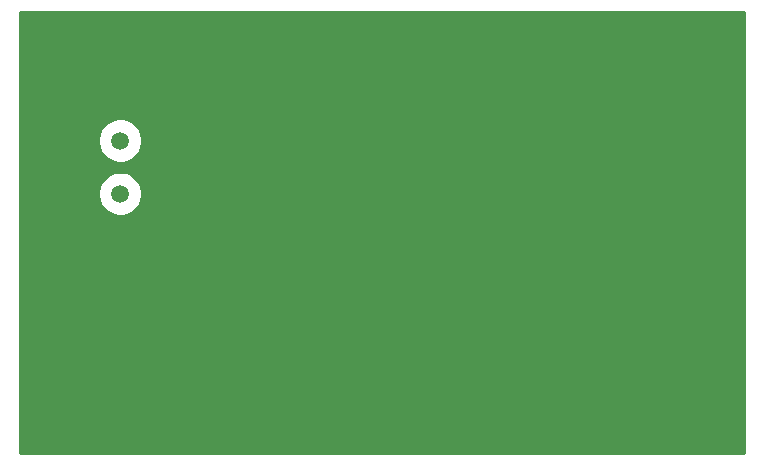
<source format=gbr>
%TF.GenerationSoftware,KiCad,Pcbnew,(5.1.6-0)*%
%TF.CreationDate,2020-10-15T16:42:25-05:00*%
%TF.ProjectId,BatBot,42617442-6f74-42e6-9b69-6361645f7063,rev?*%
%TF.SameCoordinates,Original*%
%TF.FileFunction,Copper,L4,Bot*%
%TF.FilePolarity,Positive*%
%FSLAX46Y46*%
G04 Gerber Fmt 4.6, Leading zero omitted, Abs format (unit mm)*
G04 Created by KiCad (PCBNEW (5.1.6-0)) date 2020-10-15 16:42:25*
%MOMM*%
%LPD*%
G01*
G04 APERTURE LIST*
%TA.AperFunction,ComponentPad*%
%ADD10C,1.498000*%
%TD*%
%TA.AperFunction,ComponentPad*%
%ADD11R,1.498000X1.498000*%
%TD*%
%TA.AperFunction,ViaPad*%
%ADD12C,0.200000*%
%TD*%
%TA.AperFunction,ViaPad*%
%ADD13C,0.800000*%
%TD*%
%TA.AperFunction,ViaPad*%
%ADD14C,0.300000*%
%TD*%
%TA.AperFunction,Conductor*%
%ADD15C,0.254000*%
%TD*%
G04 APERTURE END LIST*
D10*
%TO.P,S1,4*%
%TO.N,Net-(C18-Pad2)*%
X104469000Y-96039500D03*
%TO.P,S1,2*%
%TO.N,GND*%
X97969000Y-96039500D03*
%TO.P,S1,3*%
%TO.N,Net-(C18-Pad2)*%
X104469000Y-91539500D03*
D11*
%TO.P,S1,1*%
%TO.N,GND*%
X97969000Y-91539500D03*
%TD*%
D12*
%TO.N,GND*%
X122021600Y-105003600D03*
D13*
X117297200Y-112471200D03*
D14*
X122834400Y-104622600D03*
D13*
X120751600Y-82143600D03*
X135509000Y-84277200D03*
D14*
X120827800Y-104190800D03*
X122834400Y-105816400D03*
D13*
X121107200Y-94640400D03*
X131495800Y-105359200D03*
X155092400Y-115544600D03*
X142621000Y-113512600D03*
X142875000Y-107188000D03*
X145999200Y-103682800D03*
X150139400Y-106553000D03*
X137769600Y-113538000D03*
X135204200Y-91770200D03*
D14*
X124434600Y-107823000D03*
D13*
X143484600Y-82753200D03*
X106680000Y-109410500D03*
D14*
X123634500Y-103822500D03*
D12*
X120828000Y-105810000D03*
D14*
X121234200Y-105816400D03*
D12*
X124028199Y-106603800D03*
%TD*%
D15*
%TO.N,GND*%
G36*
X157319400Y-118025600D02*
G01*
X95969400Y-118025600D01*
X95969400Y-95854730D01*
X102593000Y-95854730D01*
X102593000Y-96224270D01*
X102665094Y-96586709D01*
X102806511Y-96928119D01*
X103011816Y-97235380D01*
X103273120Y-97496684D01*
X103580381Y-97701989D01*
X103921791Y-97843406D01*
X104284230Y-97915500D01*
X104653770Y-97915500D01*
X105016209Y-97843406D01*
X105357619Y-97701989D01*
X105664880Y-97496684D01*
X105926184Y-97235380D01*
X106131489Y-96928119D01*
X106272906Y-96586709D01*
X106345000Y-96224270D01*
X106345000Y-95854730D01*
X106272906Y-95492291D01*
X106131489Y-95150881D01*
X105926184Y-94843620D01*
X105664880Y-94582316D01*
X105357619Y-94377011D01*
X105016209Y-94235594D01*
X104653770Y-94163500D01*
X104284230Y-94163500D01*
X103921791Y-94235594D01*
X103580381Y-94377011D01*
X103273120Y-94582316D01*
X103011816Y-94843620D01*
X102806511Y-95150881D01*
X102665094Y-95492291D01*
X102593000Y-95854730D01*
X95969400Y-95854730D01*
X95969400Y-91354730D01*
X102593000Y-91354730D01*
X102593000Y-91724270D01*
X102665094Y-92086709D01*
X102806511Y-92428119D01*
X103011816Y-92735380D01*
X103273120Y-92996684D01*
X103580381Y-93201989D01*
X103921791Y-93343406D01*
X104284230Y-93415500D01*
X104653770Y-93415500D01*
X105016209Y-93343406D01*
X105357619Y-93201989D01*
X105664880Y-92996684D01*
X105926184Y-92735380D01*
X106131489Y-92428119D01*
X106272906Y-92086709D01*
X106345000Y-91724270D01*
X106345000Y-91354730D01*
X106272906Y-90992291D01*
X106131489Y-90650881D01*
X105926184Y-90343620D01*
X105664880Y-90082316D01*
X105357619Y-89877011D01*
X105016209Y-89735594D01*
X104653770Y-89663500D01*
X104284230Y-89663500D01*
X103921791Y-89735594D01*
X103580381Y-89877011D01*
X103273120Y-90082316D01*
X103011816Y-90343620D01*
X102806511Y-90650881D01*
X102665094Y-90992291D01*
X102593000Y-91354730D01*
X95969400Y-91354730D01*
X95969400Y-80695800D01*
X157319401Y-80695800D01*
X157319400Y-118025600D01*
G37*
X157319400Y-118025600D02*
X95969400Y-118025600D01*
X95969400Y-95854730D01*
X102593000Y-95854730D01*
X102593000Y-96224270D01*
X102665094Y-96586709D01*
X102806511Y-96928119D01*
X103011816Y-97235380D01*
X103273120Y-97496684D01*
X103580381Y-97701989D01*
X103921791Y-97843406D01*
X104284230Y-97915500D01*
X104653770Y-97915500D01*
X105016209Y-97843406D01*
X105357619Y-97701989D01*
X105664880Y-97496684D01*
X105926184Y-97235380D01*
X106131489Y-96928119D01*
X106272906Y-96586709D01*
X106345000Y-96224270D01*
X106345000Y-95854730D01*
X106272906Y-95492291D01*
X106131489Y-95150881D01*
X105926184Y-94843620D01*
X105664880Y-94582316D01*
X105357619Y-94377011D01*
X105016209Y-94235594D01*
X104653770Y-94163500D01*
X104284230Y-94163500D01*
X103921791Y-94235594D01*
X103580381Y-94377011D01*
X103273120Y-94582316D01*
X103011816Y-94843620D01*
X102806511Y-95150881D01*
X102665094Y-95492291D01*
X102593000Y-95854730D01*
X95969400Y-95854730D01*
X95969400Y-91354730D01*
X102593000Y-91354730D01*
X102593000Y-91724270D01*
X102665094Y-92086709D01*
X102806511Y-92428119D01*
X103011816Y-92735380D01*
X103273120Y-92996684D01*
X103580381Y-93201989D01*
X103921791Y-93343406D01*
X104284230Y-93415500D01*
X104653770Y-93415500D01*
X105016209Y-93343406D01*
X105357619Y-93201989D01*
X105664880Y-92996684D01*
X105926184Y-92735380D01*
X106131489Y-92428119D01*
X106272906Y-92086709D01*
X106345000Y-91724270D01*
X106345000Y-91354730D01*
X106272906Y-90992291D01*
X106131489Y-90650881D01*
X105926184Y-90343620D01*
X105664880Y-90082316D01*
X105357619Y-89877011D01*
X105016209Y-89735594D01*
X104653770Y-89663500D01*
X104284230Y-89663500D01*
X103921791Y-89735594D01*
X103580381Y-89877011D01*
X103273120Y-90082316D01*
X103011816Y-90343620D01*
X102806511Y-90650881D01*
X102665094Y-90992291D01*
X102593000Y-91354730D01*
X95969400Y-91354730D01*
X95969400Y-80695800D01*
X157319401Y-80695800D01*
X157319400Y-118025600D01*
%TD*%
M02*

</source>
